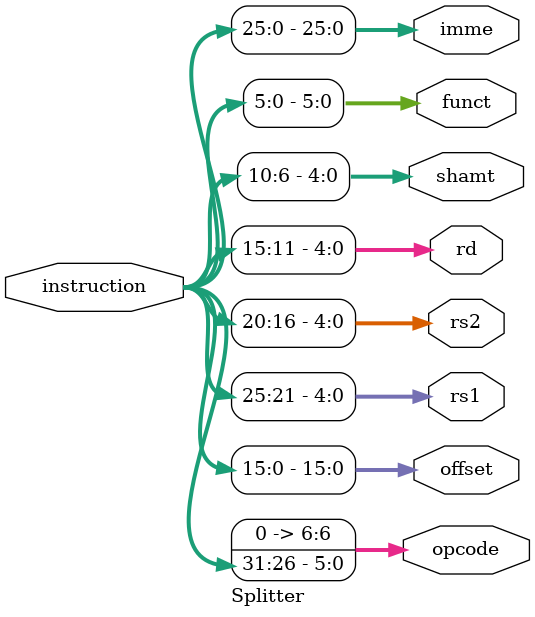
<source format=v>
module Splitter(
    input [31:0] instruction,
    output reg [6:0] opcode,
    output reg [15:0] offset,
    output reg [4:0] rs1,
    output reg [4:0] rs2,
    output reg [4:0] rd,
    output reg [4:0] shamt,
    output reg [5:0] funct,
    output reg [25:0] imme
);

always @(instruction) begin
    opcode <= {1'b0, instruction[31:26]};
    offset <= instruction[15:0];
    rs1 <= instruction[25:21];
    rs2 <= instruction[20:16];
    rd <= instruction[15:11];
    shamt <= instruction[10:6];
    funct <= instruction[5:0];
    imme <= instruction[25:0];
end

endmodule

</source>
